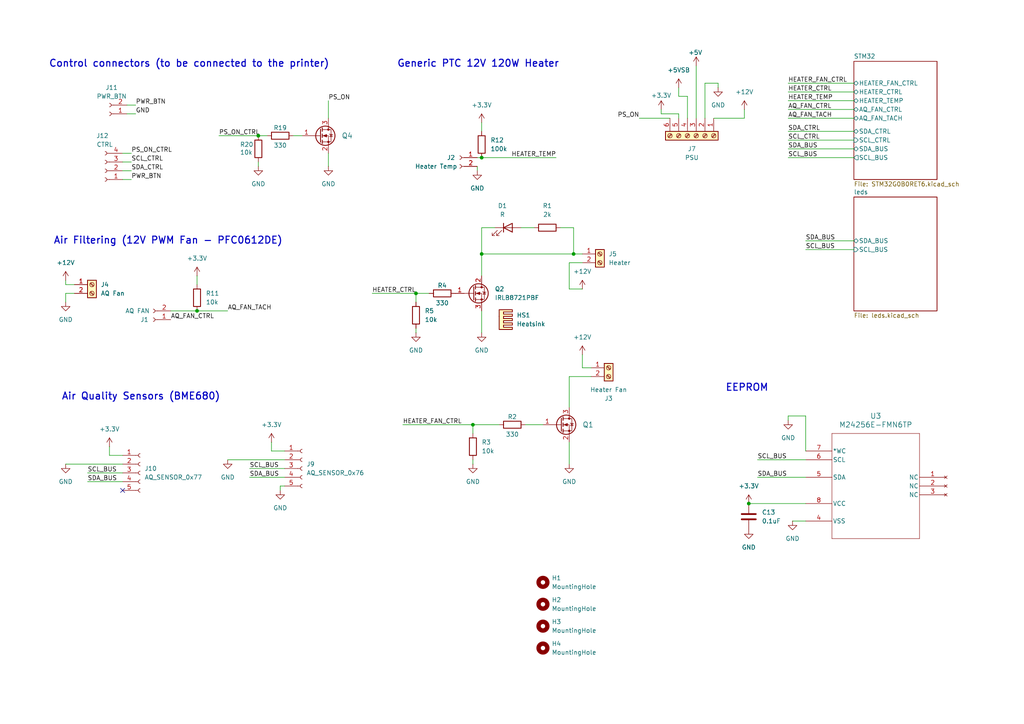
<source format=kicad_sch>
(kicad_sch (version 20231120) (generator "eeschema") (generator_version "8.0")
  (paper "A4")
  (lib_symbols
    (symbol "Connector:Conn_01x02_Socket" (pin_names (offset 1.016) hide)
      (property "Reference" "J" (at 0 2.54 0))
      (property "Value" "Conn_01x02_Socket" (at 0 -5.08 0))
      (symbol "Conn_01x02_Socket_1_1"
        (arc (start 0 -2.032) (mid -0.5058 -2.54) (end 0 -3.048) (stroke (width 0.1524)))
        (polyline (pts (xy -1.27 -2.54) (xy -0.508 -2.54)) (stroke (width 0.1524)))
        (polyline (pts (xy -1.27 0) (xy -0.508 0)) (stroke (width 0.1524)))
        (arc (start 0 0.508) (mid -0.5058 0) (end 0 -0.508) (stroke (width 0.1524)))
        (pin passive line (at -5.08 0 0) (length 3.81) (name "Pin_1") (number "1"))
        (pin passive line (at -5.08 -2.54 0) (length 3.81) (name "Pin_2") (number "2"))
      )
    )
    (symbol "Connector:Conn_01x04_Socket" (pin_names (offset 1.016) hide)
      (property "Reference" "J" (at 0 5.08 0))
      (property "Value" "Conn_01x04_Socket" (at 0 -7.62 0))
      (symbol "Conn_01x04_Socket_1_1"
        (arc (start 0 -4.572) (mid -0.5058 -5.08) (end 0 -5.588) (stroke (width 0.1524)))
        (arc (start 0 -2.032) (mid -0.5058 -2.54) (end 0 -3.048) (stroke (width 0.1524)))
        (polyline (pts (xy -1.27 -5.08) (xy -0.508 -5.08)) (stroke (width 0.1524)))
        (polyline (pts (xy -1.27 -2.54) (xy -0.508 -2.54)) (stroke (width 0.1524)))
        (polyline (pts (xy -1.27 0) (xy -0.508 0)) (stroke (width 0.1524)))
        (polyline (pts (xy -1.27 2.54) (xy -0.508 2.54)) (stroke (width 0.1524)))
        (arc (start 0 0.508) (mid -0.5058 0) (end 0 -0.508) (stroke (width 0.1524)))
        (arc (start 0 3.048) (mid -0.5058 2.54) (end 0 2.032) (stroke (width 0.1524)))
        (pin passive line (at -5.08 2.54 0) (length 3.81) (name "Pin_1") (number "1"))
        (pin passive line (at -5.08 0 0) (length 3.81) (name "Pin_2") (number "2"))
        (pin passive line (at -5.08 -2.54 0) (length 3.81) (name "Pin_3") (number "3"))
        (pin passive line (at -5.08 -5.08 0) (length 3.81) (name "Pin_4") (number "4"))
      )
    )
    (symbol "Connector:Conn_01x05_Socket" (pin_names (offset 1.016) hide)
      (property "Reference" "J" (at 0 7.62 0))
      (property "Value" "Conn_01x05_Socket" (at 0 -7.62 0))
      (symbol "Conn_01x05_Socket_1_1"
        (arc (start 0 -4.572) (mid -0.5058 -5.08) (end 0 -5.588) (stroke (width 0.1524)))
        (arc (start 0 -2.032) (mid -0.5058 -2.54) (end 0 -3.048) (stroke (width 0.1524)))
        (polyline (pts (xy -1.27 -5.08) (xy -0.508 -5.08)) (stroke (width 0.1524)))
        (polyline (pts (xy -1.27 -2.54) (xy -0.508 -2.54)) (stroke (width 0.1524)))
        (polyline (pts (xy -1.27 0) (xy -0.508 0)) (stroke (width 0.1524)))
        (polyline (pts (xy -1.27 2.54) (xy -0.508 2.54)) (stroke (width 0.1524)))
        (polyline (pts (xy -1.27 5.08) (xy -0.508 5.08)) (stroke (width 0.1524)))
        (arc (start 0 0.508) (mid -0.5058 0) (end 0 -0.508) (stroke (width 0.1524)))
        (arc (start 0 3.048) (mid -0.5058 2.54) (end 0 2.032) (stroke (width 0.1524)))
        (arc (start 0 5.588) (mid -0.5058 5.08) (end 0 4.572) (stroke (width 0.1524)))
        (pin passive line (at -5.08 5.08 0) (length 3.81) (name "Pin_1") (number "1"))
        (pin passive line (at -5.08 2.54 0) (length 3.81) (name "Pin_2") (number "2"))
        (pin passive line (at -5.08 0 0) (length 3.81) (name "Pin_3") (number "3"))
        (pin passive line (at -5.08 -2.54 0) (length 3.81) (name "Pin_4") (number "4"))
        (pin passive line (at -5.08 -5.08 0) (length 3.81) (name "Pin_5") (number "5"))
      )
    )
    (symbol "Connector:Screw_Terminal_01x02" (pin_names (offset 1.016) hide)
      (property "Reference" "J" (at 0 2.54 0))
      (property "Value" "Screw_Terminal_01x02" (at 0 -5.08 0))
      (symbol "Screw_Terminal_01x02_1_1"
        (rectangle (start -1.27 1.27) (end 1.27 -3.81) (stroke (width 0.254)) (fill (type background)))
        (circle (center 0 -2.54) (radius 0.635) (stroke (width 0.1524)))
        (polyline (pts (xy -0.5334 -2.2098) (xy 0.3302 -3.048)) (stroke (width 0.1524)))
        (polyline (pts (xy -0.5334 0.3302) (xy 0.3302 -0.508)) (stroke (width 0.1524)))
        (polyline (pts (xy -0.3556 -2.032) (xy 0.508 -2.8702)) (stroke (width 0.1524)))
        (polyline (pts (xy -0.3556 0.508) (xy 0.508 -0.3302)) (stroke (width 0.1524)))
        (circle (center 0 0) (radius 0.635) (stroke (width 0.1524)))
        (pin passive line (at -5.08 0 0) (length 3.81) (name "Pin_1") (number "1"))
        (pin passive line (at -5.08 -2.54 0) (length 3.81) (name "Pin_2") (number "2"))
      )
    )
    (symbol "Connector:Screw_Terminal_01x06" (pin_names (offset 1.016) hide)
      (property "Reference" "J7" (at 3.81 -1.27 90))
      (property "Value" "PSU" (at 6.35 -1.27 90))
      (symbol "Screw_Terminal_01x06_1_1"
        (rectangle (start -1.27 6.35) (end 1.27 -8.89) (stroke (width 0.254)) (fill (type background)))
        (circle (center 0 -7.62) (radius 0.635) (stroke (width 0.1524)))
        (circle (center 0 -5.08) (radius 0.635) (stroke (width 0.1524)))
        (circle (center 0 -2.54) (radius 0.635) (stroke (width 0.1524)))
        (polyline (pts (xy -0.5334 -7.2898) (xy 0.3302 -8.128)) (stroke (width 0.1524)))
        (polyline (pts (xy -0.5334 -4.7498) (xy 0.3302 -5.588)) (stroke (width 0.1524)))
        (polyline (pts (xy -0.5334 -2.2098) (xy 0.3302 -3.048)) (stroke (width 0.1524)))
        (polyline (pts (xy -0.5334 0.3302) (xy 0.3302 -0.508)) (stroke (width 0.1524)))
        (polyline (pts (xy -0.5334 2.8702) (xy 0.3302 2.032)) (stroke (width 0.1524)))
        (polyline (pts (xy -0.5334 5.4102) (xy 0.3302 4.572)) (stroke (width 0.1524)))
        (polyline (pts (xy -0.3556 -7.112) (xy 0.508 -7.9502)) (stroke (width 0.1524)))
        (polyline (pts (xy -0.3556 -4.572) (xy 0.508 -5.4102)) (stroke (width 0.1524)))
        (polyline (pts (xy -0.3556 -2.032) (xy 0.508 -2.8702)) (stroke (width 0.1524)))
        (polyline (pts (xy -0.3556 0.508) (xy 0.508 -0.3302)) (stroke (width 0.1524)))
        (polyline (pts (xy -0.3556 3.048) (xy 0.508 2.2098)) (stroke (width 0.1524)))
        (polyline (pts (xy -0.3556 5.588) (xy 0.508 4.7498)) (stroke (width 0.1524)))
        (circle (center 0 0) (radius 0.635) (stroke (width 0.1524)))
        (circle (center 0 2.54) (radius 0.635) (stroke (width 0.1524)))
        (circle (center 0 5.08) (radius 0.635) (stroke (width 0.1524)))
        (pin power_out line (at -5.08 5.08 0) (length 3.81) (name "Pin_1") (number "1"))
        (pin power_in line (at -5.08 2.54 0) (length 3.81) (name "Pin_2") (number "2"))
        (pin power_out line (at -5.08 0 0) (length 3.81) (name "Pin_3") (number "3"))
        (pin power_out line (at -5.08 -2.54 0) (length 3.81) (name "Pin_4") (number "4"))
        (pin power_out line (at -5.08 -5.08 0) (length 3.81) (name "Pin_5") (number "5"))
        (pin passive line (at -5.08 -7.62 0) (length 3.81) (name "Pin_6") (number "6"))
      )
    )
    (symbol "Device:C" (pin_numbers hide) (pin_names (offset 0.254))
      (property "Reference" "C" (at 0.635 2.54 0))
      (property "Value" "C" (at 0.635 -2.54 0))
      (symbol "C_0_1"
        (polyline (pts (xy -2.032 -0.762) (xy 2.032 -0.762)) (stroke (width 0.508)))
        (polyline (pts (xy -2.032 0.762) (xy 2.032 0.762)) (stroke (width 0.508)))
      )
      (symbol "C_1_1"
        (pin passive line (at 0 3.81 270) (length 2.794) (name "~") (number "1"))
        (pin passive line (at 0 -3.81 90) (length 2.794) (name "~") (number "2"))
      )
    )
    (symbol "Device:LED" (pin_numbers hide) (pin_names (offset 1.016) hide)
      (property "Reference" "D" (at 0 2.54 0))
      (property "Value" "LED" (at 0 -2.54 0))
      (symbol "LED_0_1"
        (polyline (pts (xy -1.27 -1.27) (xy -1.27 1.27)) (stroke (width 0.254)))
        (polyline (pts (xy -1.27 0) (xy 1.27 0)))
        (polyline (pts (xy 1.27 -1.27) (xy 1.27 1.27) (xy -1.27 0) (xy 1.27 -1.27)) (stroke (width 0.254)))
        (polyline (pts (xy -3.048 -0.762) (xy -4.572 -2.286) (xy -3.81 -2.286) (xy -4.572 -2.286) (xy -4.572 -1.524)))
        (polyline (pts (xy -1.778 -0.762) (xy -3.302 -2.286) (xy -2.54 -2.286) (xy -3.302 -2.286) (xy -3.302 -1.524)))
      )
      (symbol "LED_1_1"
        (pin passive line (at -3.81 0 0) (length 2.54) (name "K") (number "1"))
        (pin passive line (at 3.81 0 180) (length 2.54) (name "A") (number "2"))
      )
    )
    (symbol "Device:Q_NMOS_GSD" (pin_names (offset 0) hide)
      (property "Reference" "Q" (at 5.08 1.27 0))
      (property "Value" "Q_NMOS_GSD" (at 5.08 -1.27 0))
      (symbol "Q_NMOS_GSD_0_1"
        (polyline (pts (xy 0.254 0) (xy -2.54 0)))
        (polyline (pts (xy 0.254 1.905) (xy 0.254 -1.905)) (stroke (width 0.254)))
        (polyline (pts (xy 0.762 -1.27) (xy 0.762 -2.286)) (stroke (width 0.254)))
        (polyline (pts (xy 0.762 0.508) (xy 0.762 -0.508)) (stroke (width 0.254)))
        (polyline (pts (xy 0.762 2.286) (xy 0.762 1.27)) (stroke (width 0.254)))
        (polyline (pts (xy 2.54 2.54) (xy 2.54 1.778)))
        (polyline (pts (xy 2.54 -2.54) (xy 2.54 0) (xy 0.762 0)))
        (polyline (pts (xy 0.762 -1.778) (xy 3.302 -1.778) (xy 3.302 1.778) (xy 0.762 1.778)))
        (polyline (pts (xy 1.016 0) (xy 2.032 0.381) (xy 2.032 -0.381) (xy 1.016 0)) (fill (type outline)))
        (polyline (pts (xy 2.794 0.508) (xy 2.921 0.381) (xy 3.683 0.381) (xy 3.81 0.254)))
        (polyline (pts (xy 3.302 0.381) (xy 2.921 -0.254) (xy 3.683 -0.254) (xy 3.302 0.381)))
        (circle (center 1.651 0) (radius 2.794) (stroke (width 0.254)))
        (circle (center 2.54 -1.778) (radius 0.254) (fill (type outline)))
        (circle (center 2.54 1.778) (radius 0.254) (fill (type outline)))
      )
      (symbol "Q_NMOS_GSD_1_1"
        (pin input line (at -5.08 0 0) (length 2.54) (name "G") (number "1"))
        (pin passive line (at 2.54 -5.08 90) (length 2.54) (name "S") (number "2"))
        (pin passive line (at 2.54 5.08 270) (length 2.54) (name "D") (number "3"))
      )
    )
    (symbol "Device:R" (pin_numbers hide) (pin_names (offset 0))
      (property "Reference" "R" (at 2.032 0 90))
      (property "Value" "R" (at 0 0 90))
      (symbol "R_0_1"
        (rectangle (start -1.016 -2.54) (end 1.016 2.54) (stroke (width 0.254)))
      )
      (symbol "R_1_1"
        (pin passive line (at 0 3.81 270) (length 1.27) (name "~") (number "1"))
        (pin passive line (at 0 -3.81 90) (length 1.27) (name "~") (number "2"))
      )
    )
    (symbol "M24256E-FMN6TP:M24256E-FMN6TP" (pin_names (offset 0.254))
      (property "Reference" "U3" (at 20.32 10.16 0))
      (property "Value" "M24256E-FMN6TP" (at 20.32 7.62 0))
      (symbol "M24256E-FMN6TP_0_1"
        (polyline (pts (xy 7.62 -25.4) (xy 33.02 -25.4)) (stroke (width 0.127)))
        (polyline (pts (xy 7.62 5.08) (xy 7.62 -25.4)) (stroke (width 0.127)))
        (polyline (pts (xy 33.02 -25.4) (xy 33.02 5.08)) (stroke (width 0.127)))
        (polyline (pts (xy 33.02 5.08) (xy 7.62 5.08)) (stroke (width 0.127)))
        (pin no_connect line (at 40.64 -7.62 180) (length 7.62) (name "NC") (number "1"))
        (pin no_connect line (at 40.64 -10.16 180) (length 7.62) (name "NC") (number "2"))
        (pin no_connect line (at 40.64 -12.7 180) (length 7.62) (name "NC") (number "3"))
        (pin power_out line (at 0 -20.32 0) (length 7.62) (name "VSS") (number "4"))
        (pin bidirectional line (at 0 -7.62 0) (length 7.62) (name "SDA") (number "5"))
        (pin input line (at 0 -2.54 0) (length 7.62) (name "SCL") (number "6"))
        (pin input line (at 0 0 0) (length 7.62) (name "*WC") (number "7"))
        (pin power_in line (at 0 -15.24 0) (length 7.62) (name "VCC") (number "8"))
      )
    )
    (symbol "Mechanical:Heatsink" (pin_names (offset 1.016))
      (property "Reference" "HS" (at 0 5.08 0))
      (property "Value" "Heatsink" (at 0 -1.27 0))
      (symbol "Heatsink_0_1"
        (polyline (pts (xy -0.3302 1.27) (xy -0.9652 1.27) (xy -0.9652 3.81) (xy -1.6002 3.81) (xy -1.6002 1.27) (xy -2.2352 1.27) (xy -2.2352 3.81) (xy -2.8702 3.81) (xy -2.8702 0) (xy -0.9652 0)) (stroke (width 0.254)) (fill (type background)))
        (polyline (pts (xy -0.3302 1.27) (xy -0.3302 3.81) (xy 0.3048 3.81) (xy 0.3048 1.27) (xy 0.9398 1.27) (xy 0.9398 3.81) (xy 1.5748 3.81) (xy 1.5748 1.27) (xy 2.2098 1.27) (xy 2.2098 3.81) (xy 2.8448 3.81) (xy 2.8448 0) (xy -0.9652 0)) (stroke (width 0.254)) (fill (type background)))
      )
    )
    (symbol "Mechanical:MountingHole" (pin_names (offset 1.016))
      (property "Reference" "H" (at 0 5.08 0))
      (property "Value" "MountingHole" (at 0 3.175 0))
      (symbol "MountingHole_0_1"
        (circle (center 0 0) (radius 1.27) (stroke (width 1.27)))
      )
    )
    (symbol "Transistor_FET:IRLB8721PBF" (pin_names hide)
      (property "Reference" "Q" (at 5.08 1.905 0))
      (property "Value" "IRLB8721PBF" (at 5.08 0 0))
      (symbol "IRLB8721PBF_0_1"
        (polyline (pts (xy 0.254 0) (xy -2.54 0)))
        (polyline (pts (xy 0.254 1.905) (xy 0.254 -1.905)) (stroke (width 0.254)))
        (polyline (pts (xy 0.762 -1.27) (xy 0.762 -2.286)) (stroke (width 0.254)))
        (polyline (pts (xy 0.762 0.508) (xy 0.762 -0.508)) (stroke (width 0.254)))
        (polyline (pts (xy 0.762 2.286) (xy 0.762 1.27)) (stroke (width 0.254)))
        (polyline (pts (xy 2.54 2.54) (xy 2.54 1.778)))
        (polyline (pts (xy 2.54 -2.54) (xy 2.54 0) (xy 0.762 0)))
        (polyline (pts (xy 0.762 -1.778) (xy 3.302 -1.778) (xy 3.302 1.778) (xy 0.762 1.778)))
        (polyline (pts (xy 1.016 0) (xy 2.032 0.381) (xy 2.032 -0.381) (xy 1.016 0)) (fill (type outline)))
        (polyline (pts (xy 2.794 0.508) (xy 2.921 0.381) (xy 3.683 0.381) (xy 3.81 0.254)))
        (polyline (pts (xy 3.302 0.381) (xy 2.921 -0.254) (xy 3.683 -0.254) (xy 3.302 0.381)))
        (circle (center 1.651 0) (radius 2.794) (stroke (width 0.254)))
        (circle (center 2.54 -1.778) (radius 0.254) (fill (type outline)))
        (circle (center 2.54 1.778) (radius 0.254) (fill (type outline)))
      )
      (symbol "IRLB8721PBF_1_1"
        (pin input line (at -5.08 0 0) (length 2.54) (name "G") (number "1"))
        (pin passive line (at 2.54 5.08 270) (length 2.54) (name "D") (number "2"))
        (pin passive line (at 2.54 -5.08 90) (length 2.54) (name "S") (number "3"))
      )
    )
    (symbol "power:+12V" (power) (pin_numbers hide) (pin_names (offset 0) hide)
      (property "Value" "+12V" (at 0 3.556 0))
      (symbol "+12V_0_1"
        (polyline (pts (xy -0.762 1.27) (xy 0 2.54)))
        (polyline (pts (xy 0 0) (xy 0 2.54)))
        (polyline (pts (xy 0 2.54) (xy 0.762 1.27)))
      )
      (symbol "+12V_1_1"
        (pin power_in line (at 0 0 90) (length 0) (name "~") (number "1"))
      )
    )
    (symbol "power:+3.3V" (power) (pin_numbers hide) (pin_names (offset 0) hide)
      (property "Value" "+3.3V" (at 0 3.556 0))
      (symbol "+3.3V_0_1"
        (polyline (pts (xy -0.762 1.27) (xy 0 2.54)))
        (polyline (pts (xy 0 0) (xy 0 2.54)))
        (polyline (pts (xy 0 2.54) (xy 0.762 1.27)))
      )
      (symbol "+3.3V_1_1"
        (pin power_in line (at 0 0 90) (length 0) (name "~") (number "1"))
      )
    )
    (symbol "power:+5VD" (power) (pin_numbers hide) (pin_names (offset 0) hide)
      (property "Value" "+5VD" (at 0 3.556 0))
      (symbol "+5VD_0_1"
        (polyline (pts (xy -0.762 1.27) (xy 0 2.54)))
        (polyline (pts (xy 0 0) (xy 0 2.54)))
        (polyline (pts (xy 0 2.54) (xy 0.762 1.27)))
      )
      (symbol "+5VD_1_1"
        (pin power_in line (at 0 0 90) (length 0) (name "~") (number "1"))
      )
    )
    (symbol "power:+5VSB" (power) (pin_numbers hide) (pin_names (offset 0) hide)
      (property "Value" "+5VSB" (at 0 3.556 0))
      (symbol "+5VSB_0_1"
        (polyline (pts (xy -0.762 1.27) (xy 0 2.54)))
        (polyline (pts (xy 0 0) (xy 0 2.54)))
        (polyline (pts (xy 0 2.54) (xy 0.762 1.27)))
      )
      (symbol "+5VSB_1_1"
        (pin power_in line (at 0 0 90) (length 0) (name "~") (number "1"))
      )
    )
    (symbol "power:GND" (power) (pin_numbers hide) (pin_names (offset 0) hide)
      (property "Value" "GND" (at 0 -3.81 0))
      (symbol "GND_0_1"
        (polyline (pts (xy 0 0) (xy 0 -1.27) (xy 1.27 -1.27) (xy 0 -2.54) (xy -1.27 -1.27) (xy 0 -1.27)))
      )
      (symbol "GND_1_1"
        (pin power_in line (at 0 0 270) (length 0) (name "~") (number "1"))
      )
    )
  )
  (junction (at 74.93 39.37))
  (junction (at 217.17 146.05))
  (junction (at 120.65 85.09))
  (junction (at 166.37 73.66))
  (junction (at 57.15 90.17))
  (junction (at 137.16 123.19))
  (junction (at 139.7 73.66))
  (junction (at 139.7 45.72))
  (no_connect (at 35.56 142.24))
  (wire (pts (xy 139.7 66.04) (xy 139.7 73.66)))
  (wire (pts (xy 143.51 66.04) (xy 139.7 66.04)))
  (wire (pts (xy 66.04 133.35) (xy 82.55 133.35)))
  (wire (pts (xy 165.1 128.27) (xy 165.1 134.62)))
  (wire (pts (xy 72.39 135.89) (xy 82.55 135.89)))
  (wire (pts (xy 139.7 96.52) (xy 139.7 90.17)))
  (wire (pts (xy 120.65 85.09) (xy 124.46 85.09)))
  (wire (pts (xy 36.83 30.48) (xy 39.37 30.48)))
  (wire (pts (xy 35.56 52.07) (xy 38.1 52.07)))
  (wire (pts (xy 120.65 96.52) (xy 120.65 95.25)))
  (wire (pts (xy 233.68 130.81) (xy 233.68 120.65)))
  (wire (pts (xy 168.91 76.2) (xy 165.1 76.2)))
  (wire (pts (xy 116.84 123.19) (xy 137.16 123.19)))
  (wire (pts (xy 19.05 81.28) (xy 19.05 82.55)))
  (wire (pts (xy 21.59 85.09) (xy 19.05 85.09)))
  (wire (pts (xy 166.37 66.04) (xy 166.37 73.66)))
  (wire (pts (xy 31.75 132.08) (xy 31.75 129.54)))
  (wire (pts (xy 228.6 40.64) (xy 247.65 40.64)))
  (wire (pts (xy 196.85 27.94) (xy 196.85 25.4)))
  (wire (pts (xy 35.56 46.99) (xy 38.1 46.99)))
  (wire (pts (xy 185.42 34.29) (xy 194.31 34.29)))
  (wire (pts (xy 19.05 134.62) (xy 35.56 134.62)))
  (wire (pts (xy 74.93 48.26) (xy 74.93 46.99)))
  (wire (pts (xy 204.47 24.13) (xy 208.28 24.13)))
  (wire (pts (xy 165.1 76.2) (xy 165.1 83.82)))
  (wire (pts (xy 138.43 49.53) (xy 138.43 48.26)))
  (wire (pts (xy 72.39 138.43) (xy 82.55 138.43)))
  (wire (pts (xy 78.74 130.81) (xy 78.74 128.27)))
  (wire (pts (xy 81.28 142.24) (xy 81.28 140.97)))
  (wire (pts (xy 228.6 24.13) (xy 247.65 24.13)))
  (wire (pts (xy 228.6 29.21) (xy 247.65 29.21)))
  (wire (pts (xy 191.77 33.02) (xy 196.85 33.02)))
  (wire (pts (xy 81.28 140.97) (xy 82.55 140.97)))
  (wire (pts (xy 63.5 39.37) (xy 74.93 39.37)))
  (wire (pts (xy 201.93 19.05) (xy 201.93 34.29)))
  (wire (pts (xy 162.56 66.04) (xy 166.37 66.04)))
  (wire (pts (xy 120.65 87.63) (xy 120.65 85.09)))
  (wire (pts (xy 228.6 31.75) (xy 247.65 31.75)))
  (wire (pts (xy 219.71 138.43) (xy 233.68 138.43)))
  (wire (pts (xy 139.7 73.66) (xy 166.37 73.66)))
  (wire (pts (xy 107.95 85.09) (xy 120.65 85.09)))
  (wire (pts (xy 82.55 130.81) (xy 78.74 130.81)))
  (wire (pts (xy 219.71 133.35) (xy 233.68 133.35)))
  (wire (pts (xy 204.47 34.29) (xy 204.47 24.13)))
  (wire (pts (xy 207.01 34.29) (xy 215.9 34.29)))
  (wire (pts (xy 215.9 34.29) (xy 215.9 31.75)))
  (wire (pts (xy 138.43 45.72) (xy 139.7 45.72)))
  (wire (pts (xy 228.6 45.72) (xy 247.65 45.72)))
  (wire (pts (xy 199.39 27.94) (xy 196.85 27.94)))
  (wire (pts (xy 137.16 123.19) (xy 144.78 123.19)))
  (wire (pts (xy 228.6 38.1) (xy 247.65 38.1)))
  (wire (pts (xy 233.68 72.39) (xy 247.65 72.39)))
  (wire (pts (xy 233.68 69.85) (xy 247.65 69.85)))
  (wire (pts (xy 66.04 90.17) (xy 57.15 90.17)))
  (wire (pts (xy 139.7 73.66) (xy 139.7 80.01)))
  (wire (pts (xy 85.09 39.37) (xy 87.63 39.37)))
  (wire (pts (xy 233.68 120.65) (xy 228.6 120.65)))
  (wire (pts (xy 35.56 49.53) (xy 38.1 49.53)))
  (wire (pts (xy 199.39 34.29) (xy 199.39 27.94)))
  (wire (pts (xy 137.16 134.62) (xy 137.16 133.35)))
  (wire (pts (xy 19.05 82.55) (xy 21.59 82.55)))
  (wire (pts (xy 191.77 31.75) (xy 191.77 33.02)))
  (wire (pts (xy 19.05 85.09) (xy 19.05 87.63)))
  (wire (pts (xy 25.4 139.7) (xy 35.56 139.7)))
  (wire (pts (xy 137.16 125.73) (xy 137.16 123.19)))
  (wire (pts (xy 165.1 109.22) (xy 165.1 118.11)))
  (wire (pts (xy 166.37 73.66) (xy 168.91 73.66)))
  (wire (pts (xy 36.83 33.02) (xy 39.37 33.02)))
  (wire (pts (xy 35.56 132.08) (xy 31.75 132.08)))
  (wire (pts (xy 228.6 26.67) (xy 247.65 26.67)))
  (wire (pts (xy 228.6 43.18) (xy 247.65 43.18)))
  (wire (pts (xy 208.28 24.13) (xy 208.28 25.4)))
  (wire (pts (xy 151.13 66.04) (xy 154.94 66.04)))
  (wire (pts (xy 228.6 120.65) (xy 228.6 121.92)))
  (wire (pts (xy 152.4 123.19) (xy 157.48 123.19)))
  (wire (pts (xy 217.17 146.05) (xy 233.68 146.05)))
  (wire (pts (xy 25.4 137.16) (xy 35.56 137.16)))
  (wire (pts (xy 171.45 109.22) (xy 165.1 109.22)))
  (wire (pts (xy 57.15 80.01) (xy 57.15 82.55)))
  (wire (pts (xy 168.91 102.87) (xy 168.91 106.68)))
  (wire (pts (xy 74.93 39.37) (xy 77.47 39.37)))
  (wire (pts (xy 165.1 83.82) (xy 168.91 83.82)))
  (wire (pts (xy 139.7 45.72) (xy 161.29 45.72)))
  (wire (pts (xy 229.87 151.13) (xy 233.68 151.13)))
  (wire (pts (xy 35.56 44.45) (xy 38.1 44.45)))
  (wire (pts (xy 139.7 35.56) (xy 139.7 38.1)))
  (wire (pts (xy 228.6 34.29) (xy 247.65 34.29)))
  (wire (pts (xy 168.91 106.68) (xy 171.45 106.68)))
  (wire (pts (xy 196.85 33.02) (xy 196.85 34.29)))
  (wire (pts (xy 95.25 44.45) (xy 95.25 48.26)))
  (wire (pts (xy 57.15 90.17) (xy 49.53 90.17)))
  (wire (pts (xy 95.25 29.21) (xy 95.25 34.29)))
  (text "Air Quality Sensors (BME680)" (at 40.894 115.062 0) (effects (font (size 2.032 2.032) (thickness 0.3048) (bold yes))))
  (text "Generic PTC 12V 120W Heater" (at 138.684 18.542 0) (effects (font (size 2.032 2.032) (thickness 0.3048) (bold yes))))
  (text "Control connectors (to be connected to the printer)" (at 54.864 18.542 0) (effects (font (size 2.032 2.032) (thickness 0.3048) (bold yes))))
  (text "EEPROM" (at 216.662 112.522 0) (effects (font (size 2.032 2.032) (thickness 0.3048) (bold yes))))
  (text "Air Filtering (12V PWM Fan - PFC0612DE)" (at 48.768 69.85 0) (effects (font (size 2.032 2.032) (thickness 0.3048) (bold yes))))
  (label "SDA_BUS" (at 72.39 138.43 0))
  (label "SCL_BUS" (at 228.6 45.72 0))
  (label "SDA_CTRL" (at 38.1 49.53 0))
  (label "HEATER_FAN_CTRL" (at 228.6 24.13 0))
  (label "PS_ON" (at 185.42 34.29 180))
  (label "HEATER_TEMP" (at 228.6 29.21 0))
  (label "HEATER_FAN_CTRL" (at 116.84 123.19 0))
  (label "PS_ON_CTRL" (at 38.1 44.45 0))
  (label "HEATER_CTRL" (at 228.6 26.67 0))
  (label "SDA_BUS" (at 233.68 69.85 0))
  (label "AQ_FAN_TACH" (at 66.04 90.17 0))
  (label "PS_ON" (at 95.25 29.21 0))
  (label "SCL_BUS" (at 72.39 135.89 0))
  (label "AQ_FAN_CTRL" (at 49.53 92.71 0))
  (label "PWR_BTN" (at 39.37 30.48 0))
  (label "AQ_FAN_TACH" (at 228.6 34.29 0))
  (label "SCL_CTRL" (at 38.1 46.99 0))
  (label "PWR_BTN" (at 38.1 52.07 0))
  (label "SDA_BUS" (at 228.6 43.18 0))
  (label "HEATER_TEMP" (at 161.29 45.72 180))
  (label "PS_ON_CTRL" (at 63.5 39.37 0))
  (label "SCL_CTRL" (at 228.6 40.64 0))
  (label "SDA_CTRL" (at 228.6 38.1 0))
  (label "HEATER_CTRL" (at 107.95 85.09 0))
  (label "SDA_BUS" (at 25.4 139.7 0))
  (label "SCL_BUS" (at 233.68 72.39 0))
  (label "SDA_BUS" (at 219.71 138.43 0))
  (label "GND" (at 39.37 33.02 0))
  (label "AQ_FAN_CTRL" (at 228.6 31.75 0))
  (label "SCL_BUS" (at 25.4 137.16 0))
  (label "SCL_BUS" (at 219.71 133.35 0))
  (symbol (lib_id "power:GND") (at 208.28 25.4 0) (unit 1)
    (property "Reference" "#PWR02" (effects (hide yes)))
    (property "Value" "GND" (at 208.28 30.48 0))
    (property "Description" "Power symbol creates a global label with name \"GND\" , ground" (effects (hide yes)))
  )
  (symbol (lib_id "Device:R") (at 57.15 86.36 0) (unit 1)
    (property "Reference" "R11" (at 59.69 85.0899 0) (effects (justify left)))
    (property "Value" "10k" (at 59.69 87.6299 0) (effects (justify left)))
    (property "Footprint" "Resistor_SMD:R_0805_2012Metric" (effects (hide yes)))
    (property "Description" "Resistor" (effects (hide yes)))
  )
  (symbol (lib_id "Connector:Conn_01x02_Socket") (at 31.75 33.02 180) (unit 1)
    (property "Reference" "J11" (at 32.385 25.4 0))
    (property "Value" "PWR_BTN" (at 32.385 27.94 0))
    (property "Footprint" "Connector_JST:JST_XH_B2B-XH-A_1x02_P2.50mm_Vertical" (effects (hide yes)))
    (property "Description" "Generic connector, single row, 01x02, script generated" (effects (hide yes)))
  )
  (symbol (lib_id "Mechanical:Heatsink") (at 144.78 92.71 270) (unit 1)
    (property "Reference" "HS1" (at 149.86 91.4272 90) (effects (justify left)))
    (property "Value" "Heatsink" (at 149.86 93.9672 90) (effects (justify left)))
    (property "Footprint" "custom:heatsink-15x10mm" (effects (hide yes)))
    (property "Description" "Heatsink" (effects (hide yes)))
  )
  (symbol (lib_id "power:+3.3V") (at 57.15 80.01 0) (unit 1)
    (property "Reference" "#PWR015" (effects (hide yes)))
    (property "Value" "+3.3V" (at 57.15 74.93 0))
    (property "Description" "Power symbol creates a global label with name \"+3.3V\"" (effects (hide yes)))
  )
  (symbol (lib_id "power:GND") (at 139.7 96.52 0) (unit 1)
    (property "Reference" "#PWR020" (effects (hide yes)))
    (property "Value" "GND" (at 139.7 101.6 0))
    (property "Description" "Power symbol creates a global label with name \"GND\" , ground" (effects (hide yes)))
  )
  (symbol (lib_id "power:GND") (at 81.28 142.24 0) (unit 1)
    (property "Reference" "#PWR013" (effects (hide yes)))
    (property "Value" "GND" (at 81.28 147.32 0))
    (property "Description" "Power symbol creates a global label with name \"GND\" , ground" (effects (hide yes)))
  )
  (symbol (lib_id "Mechanical:MountingHole") (at 157.48 187.96 0) (unit 1)
    (property "Reference" "H4" (at 160.02 186.6899 0) (effects (justify left)))
    (property "Value" "MountingHole" (at 160.02 189.2299 0) (effects (justify left)))
    (property "Footprint" "MountingHole:MountingHole_3.2mm_M3" (effects (hide yes)))
    (property "Description" "Mounting Hole without connection" (effects (hide yes)))
  )
  (symbol (lib_id "power:+3.3V") (at 217.17 146.05 0) (unit 1)
    (property "Reference" "#PWR032" (effects (hide yes)))
    (property "Value" "+3.3V" (at 217.17 140.97 0))
    (property "Description" "Power symbol creates a global label with name \"+3.3V\"" (effects (hide yes)))
  )
  (symbol (lib_id "Device:R") (at 120.65 91.44 0) (unit 1)
    (property "Reference" "R5" (at 123.19 90.1699 0) (effects (justify left)))
    (property "Value" "10k" (at 123.19 92.7099 0) (effects (justify left)))
    (property "Footprint" "Resistor_SMD:R_0805_2012Metric" (effects (hide yes)))
    (property "Description" "Resistor" (effects (hide yes)))
  )
  (symbol (lib_id "Connector:Conn_01x05_Socket") (at 87.63 135.89 0) (unit 1)
    (property "Reference" "J9" (at 88.9 134.6199 0) (effects (justify left)))
    (property "Value" "AQ_SENSOR_0x76" (at 88.9 137.1599 0) (effects (justify left)))
    (property "Footprint" "Connector_JST:JST_XH_B5B-XH-A_1x05_P2.50mm_Vertical" (effects (hide yes)))
    (property "Description" "Generic connector, single row, 01x05, script generated" (effects (hide yes)))
  )
  (symbol (lib_id "power:GND") (at 95.25 48.26 0) (unit 1)
    (property "Reference" "#PWR09" (effects (hide yes)))
    (property "Value" "GND" (at 95.25 53.34 0))
    (property "Description" "Power symbol creates a global label with name \"GND\" , ground" (effects (hide yes)))
  )
  (symbol (lib_id "Device:R") (at 128.27 85.09 270) (mirror x) (unit 1)
    (property "Reference" "R4" (at 128.27 82.804 90))
    (property "Value" "330" (at 128.27 87.884 90))
    (property "Footprint" "Resistor_SMD:R_0805_2012Metric" (effects (hide yes)))
    (property "Description" "Resistor" (effects (hide yes)))
  )
  (symbol (lib_id "Connector:Screw_Terminal_01x02") (at 173.99 73.66 0) (unit 1)
    (property "Reference" "J5" (at 176.53 73.6599 0) (effects (justify left)))
    (property "Value" "Heater" (at 176.53 76.1999 0) (effects (justify left)))
    (property "Footprint" "TerminalBlock_Phoenix:TerminalBlock_Phoenix_MKDS-1,5-2_1x02_P5.00mm_Horizontal" (effects (hide yes)))
    (property "Description" "DB128V-5.08-2P-GN-S" (effects (hide yes)))
  )
  (symbol (lib_id "power:+3.3V") (at 31.75 129.54 0) (unit 1)
    (property "Reference" "#PWR03" (effects (hide yes)))
    (property "Value" "+3.3V" (at 31.75 124.46 0))
    (property "Description" "Power symbol creates a global label with name \"+3.3V\"" (effects (hide yes)))
  )
  (symbol (lib_id "Connector:Conn_01x02_Socket") (at 44.45 92.71 180) (unit 1)
    (property "Reference" "J1" (at 41.91 92.71 0))
    (property "Value" "AQ FAN" (at 39.878 90.17 0))
    (property "Footprint" "Connector_JST:JST_XH_B2B-XH-A_1x02_P2.50mm_Vertical" (effects (hide yes)))
    (property "Description" "Generic connector, single row, 01x02, script generated" (effects (hide yes)))
  )
  (symbol (lib_id "Connector:Screw_Terminal_01x02") (at 176.53 106.68 0) (unit 1)
    (property "Reference" "J3" (at 176.53 115.57 0))
    (property "Value" "Heater Fan" (at 176.53 113.03 0))
    (property "Footprint" "TerminalBlock_Phoenix:TerminalBlock_Phoenix_MKDS-1,5-2_1x02_P5.00mm_Horizontal" (effects (hide yes)))
    (property "Description" "DB128V-5.08-2P-GN-S" (effects (hide yes)))
  )
  (symbol (lib_id "power:GND") (at 66.04 133.35 0) (unit 1)
    (property "Reference" "#PWR011" (effects (hide yes)))
    (property "Value" "GND" (at 66.04 138.43 0))
    (property "Description" "Power symbol creates a global label with name \"GND\" , ground" (effects (hide yes)))
  )
  (symbol (lib_id "power:+3.3V") (at 191.77 31.75 0) (unit 1)
    (property "Reference" "#PWR06" (effects (hide yes)))
    (property "Value" "+3.3V" (at 191.77 27.686 0))
    (property "Description" "Power symbol creates a global label with name \"+3.3V\"" (effects (hide yes)))
  )
  (symbol (lib_id "power:GND") (at 137.16 134.62 0) (unit 1)
    (property "Reference" "#PWR021" (effects (hide yes)))
    (property "Value" "GND" (at 137.16 139.7 0))
    (property "Description" "Power symbol creates a global label with name \"GND\" , ground" (effects (hide yes)))
  )
  (symbol (lib_id "power:+3.3V") (at 139.7 35.56 0) (unit 1)
    (property "Reference" "#PWR017" (effects (hide yes)))
    (property "Value" "+3.3V" (at 139.7 30.48 0))
    (property "Description" "Power symbol creates a global label with name \"+3.3V\"" (effects (hide yes)))
  )
  (symbol (lib_id "Device:R") (at 139.7 41.91 0) (unit 1)
    (property "Reference" "R12" (at 142.24 40.6399 0) (effects (justify left)))
    (property "Value" "100k" (at 142.24 43.1799 0) (effects (justify left)))
    (property "Footprint" "Resistor_SMD:R_0805_2012Metric" (effects (hide yes)))
    (property "Description" "Resistor" (effects (hide yes)))
  )
  (symbol (lib_id "Connector:Conn_01x04_Socket") (at 30.48 49.53 180) (unit 1)
    (property "Reference" "J12" (at 31.496 39.37 0) (effects (justify left)))
    (property "Value" "CTRL" (at 32.766 41.91 0) (effects (justify left)))
    (property "Footprint" "Connector_JST:JST_XH_B4B-XH-A_1x04_P2.50mm_Vertical" (effects (hide yes)))
    (property "Description" "Generic connector, single row, 01x04, script generated" (effects (hide yes)))
  )
  (symbol (lib_id "Connector:Screw_Terminal_01x02") (at 26.67 82.55 0) (unit 1)
    (property "Reference" "J4" (at 29.21 82.5499 0) (effects (justify left)))
    (property "Value" "AQ Fan" (at 29.21 85.0899 0) (effects (justify left)))
    (property "Footprint" "TerminalBlock_Phoenix:TerminalBlock_Phoenix_MKDS-1,5-2_1x02_P5.00mm_Horizontal" (effects (hide yes)))
    (property "Description" "DB128V-5.08-2P-GN-S" (effects (hide yes)))
  )
  (symbol (lib_id "power:GND") (at 74.93 48.26 0) (unit 1)
    (property "Reference" "#PWR08" (effects (hide yes)))
    (property "Value" "GND" (at 74.93 53.34 0))
    (property "Description" "Power symbol creates a global label with name \"GND\" , ground" (effects (hide yes)))
  )
  (symbol (lib_id "Connector:Screw_Terminal_01x06") (at 201.93 39.37 270) (unit 1)
    (property "Reference" "J7" (at 200.66 43.18 90))
    (property "Value" "PSU" (at 200.66 45.72 90))
    (property "Footprint" "TerminalBlock_Phoenix:TerminalBlock_Phoenix_MKDS-1,5-6-5.08_1x06_P5.08mm_Horizontal" (effects (hide yes)))
    (property "Description" "DORABO DB128V-5.08-6P-GN-S " (effects (hide yes)))
  )
  (symbol (lib_id "power:+12V") (at 168.91 83.82 0) (unit 1)
    (property "Reference" "#PWR016" (effects (hide yes)))
    (property "Value" "+12V" (at 168.91 78.74 0))
    (property "Description" "Power symbol creates a global label with name \"+12V\"" (effects (hide yes)))
  )
  (symbol (lib_id "Mechanical:MountingHole") (at 157.48 168.91 0) (unit 1)
    (property "Reference" "H1" (at 160.02 167.6399 0) (effects (justify left)))
    (property "Value" "MountingHole" (at 160.02 170.1799 0) (effects (justify left)))
    (property "Footprint" "MountingHole:MountingHole_3.2mm_M3" (effects (hide yes)))
    (property "Description" "Mounting Hole without connection" (effects (hide yes)))
  )
  (symbol (lib_id "power:+5VD") (at 201.93 19.05 0) (unit 1)
    (property "Reference" "#PWR01" (effects (hide yes)))
    (property "Value" "+5V" (at 201.676 15.24 0))
    (property "Description" "Power symbol creates a global label with name \"+5VD\"" (effects (hide yes)))
  )
  (symbol (lib_id "power:+12V") (at 19.05 81.28 0) (unit 1)
    (property "Reference" "#PWR068" (effects (hide yes)))
    (property "Value" "+12V" (at 19.05 76.2 0))
    (property "Description" "Power symbol creates a global label with name \"+12V\"" (effects (hide yes)))
  )
  (symbol (lib_id "power:GND") (at 228.6 121.92 0) (unit 1)
    (property "Reference" "#PWR030" (effects (hide yes)))
    (property "Value" "GND" (at 228.6 127 0))
    (property "Description" "Power symbol creates a global label with name \"GND\" , ground" (effects (hide yes)))
  )
  (symbol (lib_id "Device:R") (at 148.59 123.19 270) (mirror x) (unit 1)
    (property "Reference" "R2" (at 148.59 120.904 90))
    (property "Value" "330" (at 148.59 125.984 90))
    (property "Footprint" "Resistor_SMD:R_0805_2012Metric" (effects (hide yes)))
    (property "Description" "Resistor" (effects (hide yes)))
  )
  (symbol (lib_id "M24256E-FMN6TP:M24256E-FMN6TP") (at 233.68 130.81 0) (unit 1)
    (property "Reference" "U3" (at 254 120.65 0) (effects (font (size 1.524 1.524))))
    (property "Value" "M24256E-FMN6TP" (at 254 123.19 0) (effects (font (size 1.524 1.524))))
    (property "Footprint" "M24256E-FMN6TP:SO8N_4X5X1P27_STM" (effects (hide yes)))
    (property "Datasheet" "M24256E-FMN6TP" (effects (hide yes)))
  )
  (symbol (lib_id "Connector:Conn_01x05_Socket") (at 40.64 137.16 0) (unit 1)
    (property "Reference" "J10" (at 41.91 135.8899 0) (effects (justify left)))
    (property "Value" "AQ_SENSOR_0x77" (at 41.91 138.4299 0) (effects (justify left)))
    (property "Footprint" "Connector_JST:JST_XH_B5B-XH-A_1x05_P2.50mm_Vertical" (effects (hide yes)))
    (property "Description" "Generic connector, single row, 01x05, script generated" (effects (hide yes)))
  )
  (symbol (lib_id "Mechanical:MountingHole") (at 157.48 175.26 0) (unit 1)
    (property "Reference" "H2" (at 160.02 173.9899 0) (effects (justify left)))
    (property "Value" "MountingHole" (at 160.02 176.5299 0) (effects (justify left)))
    (property "Footprint" "MountingHole:MountingHole_3.2mm_M3" (effects (hide yes)))
    (property "Description" "Mounting Hole without connection" (effects (hide yes)))
  )
  (symbol (lib_id "power:GND") (at 165.1 134.62 0) (unit 1)
    (property "Reference" "#PWR022" (effects (hide yes)))
    (property "Value" "GND" (at 165.1 139.7 0))
    (property "Description" "Power symbol creates a global label with name \"GND\" , ground" (effects (hide yes)))
  )
  (symbol (lib_id "power:GND") (at 217.17 153.67 0) (unit 1)
    (property "Reference" "#PWR033" (effects (hide yes)))
    (property "Value" "GND" (at 217.17 158.75 0))
    (property "Description" "Power symbol creates a global label with name \"GND\" , ground" (effects (hide yes)))
  )
  (symbol (lib_id "Device:R") (at 158.75 66.04 270) (unit 1)
    (property "Reference" "R1" (at 158.75 59.69 90))
    (property "Value" "2k" (at 158.75 62.23 90))
    (property "Footprint" "Resistor_SMD:R_0805_2012Metric" (effects (hide yes)))
    (property "Description" "Resistor" (effects (hide yes)))
  )
  (symbol (lib_id "power:GND") (at 19.05 87.63 0) (unit 1)
    (property "Reference" "#PWR069" (effects (hide yes)))
    (property "Value" "GND" (at 19.05 92.71 0))
    (property "Description" "Power symbol creates a global label with name \"GND\" , ground" (effects (hide yes)))
  )
  (symbol (lib_id "Device:LED") (at 147.32 66.04 0) (unit 1)
    (property "Reference" "D1" (at 145.7325 59.69 0))
    (property "Value" "R" (at 145.7325 62.23 0))
    (property "Footprint" "LED_SMD:LED_0805_2012Metric" (effects (hide yes)))
    (property "Description" "Light emitting diode" (effects (hide yes)))
  )
  (symbol (lib_id "power:+12V") (at 215.9 31.75 0) (unit 1)
    (property "Reference" "#PWR07" (effects (hide yes)))
    (property "Value" "+12V" (at 215.9 26.67 0))
    (property "Description" "Power symbol creates a global label with name \"+12V\"" (effects (hide yes)))
  )
  (symbol (lib_id "Transistor_FET:IRLB8721PBF") (at 137.16 85.09 0) (unit 1)
    (property "Reference" "Q2" (at 143.51 83.8199 0) (effects (justify left)))
    (property "Value" "IRLB8721PBF" (at 143.51 86.3599 0) (effects (justify left)))
    (property "Footprint" "Package_TO_SOT_THT:TO-220-3_Vertical" (effects (hide yes)))
    (property "Datasheet" "http://www.infineon.com/dgdl/irlb8721pbf.pdf?fileId=5546d462533600a40153566056732591" (effects (hide yes)))
    (property "Description" "62A Id, 30V Vds, 8.7 mOhm Rds, N-Channel HEXFET Power MOSFET, TO-220" (effects (hide yes)))
  )
  (symbol (lib_id "power:GND") (at 19.05 134.62 0) (unit 1)
    (property "Reference" "#PWR05" (effects (hide yes)))
    (property "Value" "GND" (at 19.05 139.7 0))
    (property "Description" "Power symbol creates a global label with name \"GND\" , ground" (effects (hide yes)))
  )
  (symbol (lib_id "Device:Q_NMOS_GSD") (at 92.71 39.37 0) (unit 1)
    (property "Reference" "Q4" (at 99.06 39.3699 0) (effects (font (size 1.524 1.524)) (justify left)))
    (property "Value" "SI2302" (effects (hide yes)))
    (property "Footprint" "Package_TO_SOT_SMD:SOT-23-3" (effects (hide yes)))
    (property "Description" "N-MOSFET transistor, gate/source/drain" (effects (hide yes)))
  )
  (symbol (lib_id "power:+12V") (at 168.91 102.87 0) (unit 1)
    (property "Reference" "#PWR051" (effects (hide yes)))
    (property "Value" "+12V" (at 168.91 97.79 0))
    (property "Description" "Power symbol creates a global label with name \"+12V\"" (effects (hide yes)))
  )
  (symbol (lib_id "Mechanical:MountingHole") (at 157.48 181.61 0) (unit 1)
    (property "Reference" "H3" (at 160.02 180.3399 0) (effects (justify left)))
    (property "Value" "MountingHole" (at 160.02 182.8799 0) (effects (justify left)))
    (property "Footprint" "MountingHole:MountingHole_3.2mm_M3" (effects (hide yes)))
    (property "Description" "Mounting Hole without connection" (effects (hide yes)))
  )
  (symbol (lib_id "power:+3.3V") (at 78.74 128.27 0) (unit 1)
    (property "Reference" "#PWR010" (effects (hide yes)))
    (property "Value" "+3.3V" (at 78.74 123.19 0))
    (property "Description" "Power symbol creates a global label with name \"+3.3V\"" (effects (hide yes)))
  )
  (symbol (lib_id "Device:R") (at 81.28 39.37 270) (mirror x) (unit 1)
    (property "Reference" "R19" (at 81.28 37.084 90))
    (property "Value" "330" (at 81.28 42.164 90))
    (property "Footprint" "Resistor_SMD:R_0805_2012Metric" (effects (hide yes)))
    (property "Description" "Resistor" (effects (hide yes)))
  )
  (symbol (lib_id "power:+5VSB") (at 196.85 25.4 0) (unit 1)
    (property "Reference" "#PWR04" (effects (hide yes)))
    (property "Value" "+5VSB" (at 196.85 20.32 0))
    (property "Description" "Power symbol creates a global label with name \"+5V\"" (effects (hide yes)))
  )
  (symbol (lib_id "power:GND") (at 229.87 151.13 0) (unit 1)
    (property "Reference" "#PWR031" (effects (hide yes)))
    (property "Value" "GND" (at 229.87 156.21 0))
    (property "Description" "Power symbol creates a global label with name \"GND\" , ground" (effects (hide yes)))
  )
  (symbol (lib_id "power:GND") (at 120.65 96.52 0) (unit 1)
    (property "Reference" "#PWR019" (effects (hide yes)))
    (property "Value" "GND" (at 120.65 101.6 0))
    (property "Description" "Power symbol creates a global label with name \"GND\" , ground" (effects (hide yes)))
  )
  (symbol (lib_id "Device:Q_NMOS_GSD") (at 162.56 123.19 0) (unit 1)
    (property "Reference" "Q1" (at 168.91 123.1899 0) (effects (font (size 1.524 1.524)) (justify left)))
    (property "Value" "SI2302" (effects (hide yes)))
    (property "Footprint" "Package_TO_SOT_SMD:SOT-23-3" (effects (hide yes)))
    (property "Description" "N-MOSFET transistor, gate/source/drain" (effects (hide yes)))
  )
  (symbol (lib_id "Device:R") (at 74.93 43.18 0) (unit 1)
    (property "Reference" "R20" (at 69.596 41.91 0) (effects (justify left)))
    (property "Value" "10k" (at 69.596 44.196 0) (effects (justify left)))
    (property "Footprint" "Resistor_SMD:R_0805_2012Metric" (effects (hide yes)))
    (property "Description" "Resistor" (effects (hide yes)))
  )
  (symbol (lib_id "Device:R") (at 137.16 129.54 0) (unit 1)
    (property "Reference" "R3" (at 139.7 128.2699 0) (effects (justify left)))
    (property "Value" "10k" (at 139.7 130.8099 0) (effects (justify left)))
    (property "Footprint" "Resistor_SMD:R_0805_2012Metric" (effects (hide yes)))
    (property "Description" "Resistor" (effects (hide yes)))
  )
  (symbol (lib_id "Connector:Conn_01x02_Socket") (at 133.35 45.72 0) (mirror y) (unit 1)
    (property "Reference" "J2" (at 130.81 45.72 0))
    (property "Value" "Heater Temp" (at 126.492 48.26 0))
    (property "Footprint" "Connector_JST:JST_XH_B2B-XH-A_1x02_P2.50mm_Vertical" (effects (hide yes)))
    (property "Description" "Generic connector, single row, 01x02, script generated" (effects (hide yes)))
  )
  (symbol (lib_id "power:GND") (at 138.43 49.53 0) (unit 1)
    (property "Reference" "#PWR018" (effects (hide yes)))
    (property "Value" "GND" (at 138.43 54.61 0))
    (property "Description" "Power symbol creates a global label with name \"GND\" , ground" (effects (hide yes)))
  )
  (symbol (lib_id "Device:C") (at 217.17 149.86 0) (unit 1)
    (property "Reference" "C13" (at 220.98 148.5899 0) (effects (justify left)))
    (property "Value" "0.1uF" (at 220.98 151.1299 0) (effects (justify left)))
    (property "Footprint" "Capacitor_SMD:C_0603_1608Metric" (effects (hide yes)))
    (property "Description" "Unpolarized capacitor" (effects (hide yes)))
  )
  (sheet (at 247.65 57.15) (size 24.13 33.02) (stroke (width 0.1524))
    (property "Sheetname" "leds" (at 247.65 56.4384 0) (effects (justify left bottom)))
    (property "Sheetfile" "leds.kicad_sch" (at 247.65 90.7546 0) (effects (justify left top)))
    (pin "SDA_BUS" bidirectional (at 247.65 69.85 180))
    (pin "SCL_BUS" input (at 247.65 72.39 180))
  )
  (sheet (at 247.65 17.78) (size 24.13 34.29) (stroke (width 0.1524))
    (property "Sheetname" "STM32" (at 247.65 17.0684 0) (effects (justify left bottom)))
    (property "Sheetfile" "STM32G0B0RET6.kicad_sch" (at 247.65 52.6546 0) (effects (justify left top)))
    (pin "AQ_FAN_TACH" bidirectional (at 247.65 34.29 180))
    (pin "HEATER_FAN_CTRL" bidirectional (at 247.65 24.13 180))
    (pin "HEATER_CTRL" bidirectional (at 247.65 26.67 180))
    (pin "AQ_FAN_CTRL" bidirectional (at 247.65 31.75 180))
    (pin "HEATER_TEMP" bidirectional (at 247.65 29.21 180))
    (pin "SDA_BUS" bidirectional (at 247.65 43.18 180))
    (pin "SDA_CTRL" bidirectional (at 247.65 38.1 180))
    (pin "SCL_BUS" output (at 247.65 45.72 180))
    (pin "SCL_CTRL" input (at 247.65 40.64 180))
  )
)
</source>
